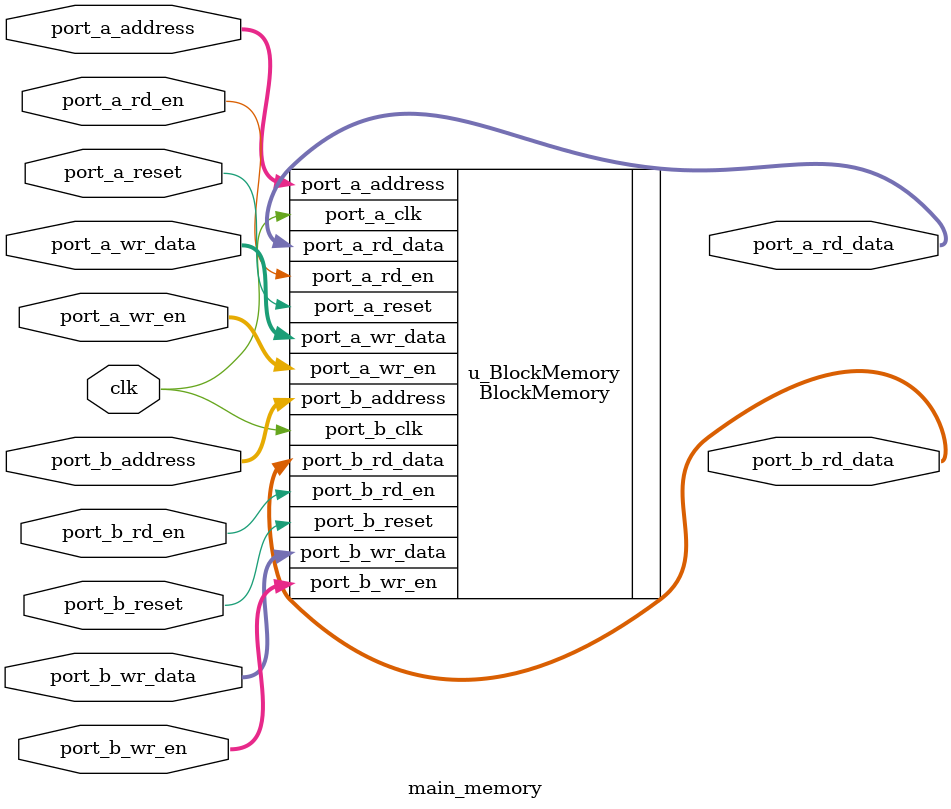
<source format=sv>
module main_memory #(
    parameter INIT_FILE = "build/gputest.mem",
    parameter CAPACITY_BYTES = 128,
    parameter BYTES_PER_WORD = 4,
    localparam WORD_BITS = BYTES_PER_WORD*8,
    localparam WORD_COUNT = CAPACITY_BYTES/BYTES_PER_WORD,
    localparam ADDR_BITS = $clog2(CAPACITY_BYTES)
) (
    input logic clk,

    input logic port_a_reset,
    input logic [ADDR_BITS-1:0] port_a_address,
    output logic [WORD_BITS-1:0] port_a_rd_data,
    input logic port_a_rd_en,
    input logic [WORD_BITS-1:0] port_a_wr_data,
    input logic [BYTES_PER_WORD-1:0] port_a_wr_en,

    input logic port_b_reset,
    input logic [ADDR_BITS-1:0] port_b_address,
    output logic [WORD_BITS-1:0] port_b_rd_data,
    input logic port_b_rd_en,
    input logic [WORD_BITS-1:0] port_b_wr_data,
    input logic [BYTES_PER_WORD-1:0] port_b_wr_en
);
    BlockMemory #(
        .INIT_FILE         (INIT_FILE),
        .CAPACITY_BYTES    (CAPACITY_BYTES),
        .BYTES_PER_WORD    (BYTES_PER_WORD)
    ) u_BlockMemory (
        // Port A
        .port_a_clk        (clk),
        .port_a_reset      (port_a_reset),
        .port_a_address    (port_a_address),
        .port_a_rd_data    (port_a_rd_data),
        .port_a_rd_en      (port_a_rd_en),
        .port_a_wr_data    (port_a_wr_data),
        .port_a_wr_en      (port_a_wr_en),
        // Port B
        .port_b_clk        (clk),
        .port_b_reset      (port_b_reset),
        .port_b_address    (port_b_address),
        .port_b_rd_data    (port_b_rd_data),
        .port_b_rd_en      (port_b_rd_en),
        .port_b_wr_data    (port_b_wr_data),
        .port_b_wr_en      (port_b_wr_en)
    );

endmodule

</source>
